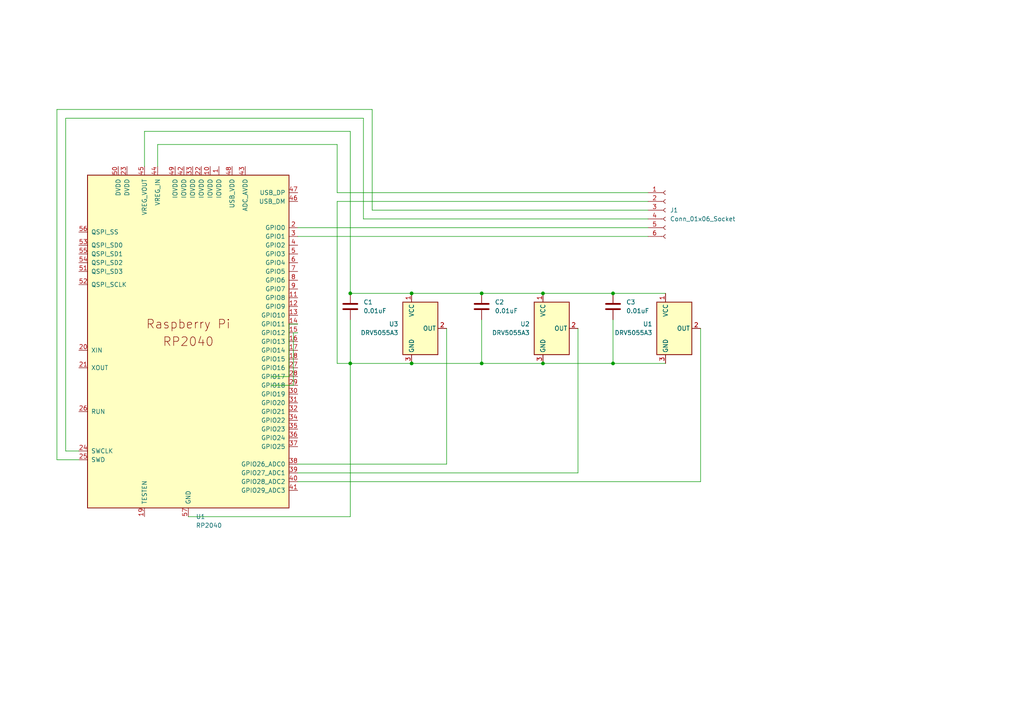
<source format=kicad_sch>
(kicad_sch (version 20231120) (generator "eeschema") (generator_version "8.0")
  (paper "A4")
  (title_block (title "Hall Effect Depth Sensor") (date "2024-11-29") (rev "v1"))
  (lib_symbols
    (symbol "Connector:Conn_01x06_Socket" (pin_names (offset 1.016) hide)
      (property "Reference" "J" (at 0 7.62 0))
      (property "Value" "Conn_01x06_Socket" (at 0 -10.16 0))
      (symbol "Conn_01x06_Socket_1_1"
        (arc (start 0 -7.112) (mid -0.5058 -7.62) (end 0 -8.128) (stroke (width 0.1524)))
        (arc (start 0 -4.572) (mid -0.5058 -5.08) (end 0 -5.588) (stroke (width 0.1524)))
        (arc (start 0 -2.032) (mid -0.5058 -2.54) (end 0 -3.048) (stroke (width 0.1524)))
        (polyline (pts (xy -1.27 -7.62) (xy -0.508 -7.62)) (stroke (width 0.1524)))
        (polyline (pts (xy -1.27 -5.08) (xy -0.508 -5.08)) (stroke (width 0.1524)))
        (polyline (pts (xy -1.27 -2.54) (xy -0.508 -2.54)) (stroke (width 0.1524)))
        (polyline (pts (xy -1.27 0) (xy -0.508 0)) (stroke (width 0.1524)))
        (polyline (pts (xy -1.27 2.54) (xy -0.508 2.54)) (stroke (width 0.1524)))
        (polyline (pts (xy -1.27 5.08) (xy -0.508 5.08)) (stroke (width 0.1524)))
        (arc (start 0 0.508) (mid -0.5058 0) (end 0 -0.508) (stroke (width 0.1524)))
        (arc (start 0 3.048) (mid -0.5058 2.54) (end 0 2.032) (stroke (width 0.1524)))
        (arc (start 0 5.588) (mid -0.5058 5.08) (end 0 4.572) (stroke (width 0.1524)))
        (pin passive line (at -5.08 5.08 0) (length 3.81) (name "Pin_1") (number "1"))
        (pin passive line (at -5.08 2.54 0) (length 3.81) (name "Pin_2") (number "2"))
        (pin passive line (at -5.08 0 0) (length 3.81) (name "Pin_3") (number "3"))
        (pin passive line (at -5.08 -2.54 0) (length 3.81) (name "Pin_4") (number "4"))
        (pin passive line (at -5.08 -5.08 0) (length 3.81) (name "Pin_5") (number "5"))
        (pin passive line (at -5.08 -7.62 0) (length 3.81) (name "Pin_6") (number "6"))
      )
    )
    (symbol "DRV5055A3xDBZxQ1_1"
      (property "Reference" "U2" (at -6.35 1.2701 0))
      (property "Value" "DRV5055A3" (at -6.35 -1.2699 0))
      (symbol "DRV5055A3xDBZxQ1_1_1_1"
        (rectangle (start -5.08 7.62) (end 5.08 -7.62) (stroke (width 0.254)) (fill (type background)))
        (pin power_in line (at -2.54 10.16 270) (length 2.54) (name "VCC") (number "1"))
        (pin output line (at 7.62 0 180) (length 2.54) (name "OUT") (number "2"))
        (pin power_in line (at -2.54 -10.16 90) (length 2.54) (name "GND") (number "3"))
      )
    )
    (symbol "Device:C" (pin_numbers hide) (pin_names (offset 0.254))
      (property "Reference" "C" (at 0.635 2.54 0))
      (property "Value" "C" (at 0.635 -2.54 0))
      (symbol "C_0_1"
        (polyline (pts (xy -2.032 -0.762) (xy 2.032 -0.762)) (stroke (width 0.508)))
        (polyline (pts (xy -2.032 0.762) (xy 2.032 0.762)) (stroke (width 0.508)))
      )
      (symbol "C_1_1"
        (pin passive line (at 0 3.81 270) (length 2.794) (name "~") (number "1"))
        (pin passive line (at 0 -3.81 90) (length 2.794) (name "~") (number "2"))
      )
    )
    (symbol "MCU_RaspberryPi_RP2040:RP2040" (pin_names (offset 1.016))
      (property "Reference" "U" (at -29.21 49.53 0))
      (property "Value" "RP2040" (at 24.13 -49.53 0))
      (symbol "RP2040_0_0"
        (text "Raspberry Pi" (at 0 5.08 0) (effects (font (size 2.54 2.54))))
        (text "RP2040" (at 0 0 0) (effects (font (size 2.54 2.54))))
      )
      (symbol "RP2040_0_1"
        (rectangle (start 29.21 48.26) (end -29.21 -48.26) (stroke (width 0.254)) (fill (type background)))
      )
      (symbol "RP2040_1_1"
        (pin power_in line (at 8.89 50.8 270) (length 2.54) (name "IOVDD") (number "1"))
        (pin power_in line (at 6.35 50.8 270) (length 2.54) (name "IOVDD") (number "10"))
        (pin bidirectional line (at 31.75 12.7 180) (length 2.54) (name "GPIO8") (number "11"))
        (pin bidirectional line (at 31.75 10.16 180) (length 2.54) (name "GPIO9") (number "12"))
        (pin bidirectional line (at 31.75 7.62 180) (length 2.54) (name "GPIO10") (number "13"))
        (pin bidirectional line (at 31.75 5.08 180) (length 2.54) (name "GPIO11") (number "14"))
        (pin bidirectional line (at 31.75 2.54 180) (length 2.54) (name "GPIO12") (number "15"))
        (pin bidirectional line (at 31.75 0 180) (length 2.54) (name "GPIO13") (number "16"))
        (pin bidirectional line (at 31.75 -2.54 180) (length 2.54) (name "GPIO14") (number "17"))
        (pin bidirectional line (at 31.75 -5.08 180) (length 2.54) (name "GPIO15") (number "18"))
        (pin passive line (at -12.7 -50.8 90) (length 2.54) (name "TESTEN") (number "19"))
        (pin bidirectional line (at 31.75 33.02 180) (length 2.54) (name "GPIO0") (number "2"))
        (pin input line (at -31.75 -2.54 0) (length 2.54) (name "XIN") (number "20"))
        (pin passive line (at -31.75 -7.62 0) (length 2.54) (name "XOUT") (number "21"))
        (pin power_in line (at 3.81 50.8 270) (length 2.54) (name "IOVDD") (number "22"))
        (pin power_in line (at -17.78 50.8 270) (length 2.54) (name "DVDD") (number "23"))
        (pin output line (at -31.75 -31.75 0) (length 2.54) (name "SWCLK") (number "24"))
        (pin bidirectional line (at -31.75 -34.29 0) (length 2.54) (name "SWD") (number "25"))
        (pin input line (at -31.75 -20.32 0) (length 2.54) (name "RUN") (number "26"))
        (pin bidirectional line (at 31.75 -7.62 180) (length 2.54) (name "GPIO16") (number "27"))
        (pin bidirectional line (at 31.75 -10.16 180) (length 2.54) (name "GPIO17") (number "28"))
        (pin bidirectional line (at 31.75 -12.7 180) (length 2.54) (name "GPIO18") (number "29"))
        (pin bidirectional line (at 31.75 30.48 180) (length 2.54) (name "GPIO1") (number "3"))
        (pin bidirectional line (at 31.75 -15.24 180) (length 2.54) (name "GPIO19") (number "30"))
        (pin bidirectional line (at 31.75 -17.78 180) (length 2.54) (name "GPIO20") (number "31"))
        (pin bidirectional line (at 31.75 -20.32 180) (length 2.54) (name "GPIO21") (number "32"))
        (pin power_in line (at 1.27 50.8 270) (length 2.54) (name "IOVDD") (number "33"))
        (pin bidirectional line (at 31.75 -22.86 180) (length 2.54) (name "GPIO22") (number "34"))
        (pin bidirectional line (at 31.75 -25.4 180) (length 2.54) (name "GPIO23") (number "35"))
        (pin bidirectional line (at 31.75 -27.94 180) (length 2.54) (name "GPIO24") (number "36"))
        (pin bidirectional line (at 31.75 -30.48 180) (length 2.54) (name "GPIO25") (number "37"))
        (pin bidirectional line (at 31.75 -35.56 180) (length 2.54) (name "GPIO26_ADC0") (number "38"))
        (pin bidirectional line (at 31.75 -38.1 180) (length 2.54) (name "GPIO27_ADC1") (number "39"))
        (pin bidirectional line (at 31.75 27.94 180) (length 2.54) (name "GPIO2") (number "4"))
        (pin bidirectional line (at 31.75 -40.64 180) (length 2.54) (name "GPIO28_ADC2") (number "40"))
        (pin bidirectional line (at 31.75 -43.18 180) (length 2.54) (name "GPIO29_ADC3") (number "41"))
        (pin power_in line (at -1.27 50.8 270) (length 2.54) (name "IOVDD") (number "42"))
        (pin power_in line (at 16.51 50.8 270) (length 2.54) (name "ADC_AVDD") (number "43"))
        (pin power_in line (at -8.89 50.8 270) (length 2.54) (name "VREG_IN") (number "44"))
        (pin power_out line (at -12.7 50.8 270) (length 2.54) (name "VREG_VOUT") (number "45"))
        (pin bidirectional line (at 31.75 40.64 180) (length 2.54) (name "USB_DM") (number "46"))
        (pin bidirectional line (at 31.75 43.18 180) (length 2.54) (name "USB_DP") (number "47"))
        (pin power_in line (at 12.7 50.8 270) (length 2.54) (name "USB_VDD") (number "48"))
        (pin power_in line (at -3.81 50.8 270) (length 2.54) (name "IOVDD") (number "49"))
        (pin bidirectional line (at 31.75 25.4 180) (length 2.54) (name "GPIO3") (number "5"))
        (pin power_in line (at -20.32 50.8 270) (length 2.54) (name "DVDD") (number "50"))
        (pin bidirectional line (at -31.75 20.32 0) (length 2.54) (name "QSPI_SD3") (number "51"))
        (pin output line (at -31.75 16.51 0) (length 2.54) (name "QSPI_SCLK") (number "52"))
        (pin bidirectional line (at -31.75 27.94 0) (length 2.54) (name "QSPI_SD0") (number "53"))
        (pin bidirectional line (at -31.75 22.86 0) (length 2.54) (name "QSPI_SD2") (number "54"))
        (pin bidirectional line (at -31.75 25.4 0) (length 2.54) (name "QSPI_SD1") (number "55"))
        (pin bidirectional line (at -31.75 31.75 0) (length 2.54) (name "QSPI_SS") (number "56"))
        (pin power_in line (at 0 -50.8 90) (length 2.54) (name "GND") (number "57"))
        (pin bidirectional line (at 31.75 22.86 180) (length 2.54) (name "GPIO4") (number "6"))
        (pin bidirectional line (at 31.75 20.32 180) (length 2.54) (name "GPIO5") (number "7"))
        (pin bidirectional line (at 31.75 17.78 180) (length 2.54) (name "GPIO6") (number "8"))
        (pin bidirectional line (at 31.75 15.24 180) (length 2.54) (name "GPIO7") (number "9"))
      )
    )
  )
  (junction (at 119.38 85.09))
  (junction (at 139.7 85.09))
  (junction (at 177.8 105.41))
  (junction (at 101.6 105.41))
  (junction (at 101.6 85.09))
  (junction (at 157.48 105.41))
  (junction (at 119.38 105.41))
  (junction (at 157.48 85.09))
  (junction (at 177.8 85.09))
  (junction (at 139.7 105.41))
  (wire (pts (xy 105.41 34.29) (xy 105.41 63.5)))
  (wire (pts (xy 19.05 34.29) (xy 105.41 34.29)))
  (wire (pts (xy 101.6 92.71) (xy 101.6 105.41)))
  (wire (pts (xy 83.82 93.98) (xy 83.82 109.22)))
  (wire (pts (xy 187.96 58.42) (xy 97.79 58.42)))
  (wire (pts (xy 45.72 41.91) (xy 97.79 41.91)))
  (wire (pts (xy 177.8 105.41) (xy 193.04 105.41)))
  (wire (pts (xy 41.91 48.26) (xy 41.91 38.1)))
  (wire (pts (xy 83.82 93.98) (xy 86.36 93.98)))
  (wire (pts (xy 19.05 130.81) (xy 19.05 34.29)))
  (wire (pts (xy 85.09 96.52) (xy 86.36 96.52)))
  (wire (pts (xy 119.38 105.41) (xy 139.7 105.41)))
  (wire (pts (xy 177.8 92.71) (xy 177.8 105.41)))
  (wire (pts (xy 85.09 111.76) (xy 78.74 111.76)))
  (wire (pts (xy 54.61 149.86) (xy 101.6 149.86)))
  (wire (pts (xy 86.36 66.04) (xy 187.96 66.04)))
  (wire (pts (xy 101.6 105.41) (xy 119.38 105.41)))
  (wire (pts (xy 16.51 133.35) (xy 16.51 31.75)))
  (wire (pts (xy 167.64 137.16) (xy 86.36 137.16)))
  (wire (pts (xy 101.6 85.09) (xy 119.38 85.09)))
  (wire (pts (xy 167.64 95.25) (xy 167.64 137.16)))
  (wire (pts (xy 157.48 85.09) (xy 177.8 85.09)))
  (wire (pts (xy 16.51 31.75) (xy 107.95 31.75)))
  (wire (pts (xy 157.48 105.41) (xy 177.8 105.41)))
  (wire (pts (xy 83.82 109.22) (xy 78.74 109.22)))
  (wire (pts (xy 97.79 41.91) (xy 97.79 55.88)))
  (wire (pts (xy 107.95 31.75) (xy 107.95 60.96)))
  (wire (pts (xy 107.95 60.96) (xy 187.96 60.96)))
  (wire (pts (xy 97.79 58.42) (xy 97.79 105.41)))
  (wire (pts (xy 129.54 95.25) (xy 129.54 134.62)))
  (wire (pts (xy 97.79 55.88) (xy 187.96 55.88)))
  (wire (pts (xy 139.7 105.41) (xy 157.48 105.41)))
  (wire (pts (xy 22.86 133.35) (xy 16.51 133.35)))
  (wire (pts (xy 45.72 48.26) (xy 45.72 41.91)))
  (wire (pts (xy 22.86 130.81) (xy 19.05 130.81)))
  (wire (pts (xy 139.7 85.09) (xy 157.48 85.09)))
  (wire (pts (xy 119.38 85.09) (xy 139.7 85.09)))
  (wire (pts (xy 101.6 38.1) (xy 101.6 85.09)))
  (wire (pts (xy 97.79 105.41) (xy 101.6 105.41)))
  (wire (pts (xy 105.41 63.5) (xy 187.96 63.5)))
  (wire (pts (xy 203.2 139.7) (xy 86.36 139.7)))
  (wire (pts (xy 86.36 68.58) (xy 187.96 68.58)))
  (wire (pts (xy 101.6 149.86) (xy 101.6 105.41)))
  (wire (pts (xy 139.7 92.71) (xy 139.7 105.41)))
  (wire (pts (xy 177.8 85.09) (xy 193.04 85.09)))
  (wire (pts (xy 203.2 95.25) (xy 203.2 139.7)))
  (wire (pts (xy 41.91 38.1) (xy 101.6 38.1)))
  (wire (pts (xy 129.54 134.62) (xy 86.36 134.62)))
  (wire (pts (xy 85.09 96.52) (xy 85.09 111.76)))
  (symbol (lib_id "Device:C") (at 177.8 88.9 0) (unit 1)
    (property "Reference" "C3" (at 181.61 87.6299 0) (effects (justify left)))
    (property "Value" "0.01uF" (at 181.61 90.1699 0) (effects (justify left)))
    (property "Description" "Unpolarized capacitor" (effects (hide yes)))
  )
  (symbol (lib_id "Device:C") (at 139.7 88.9 0) (unit 1)
    (property "Reference" "C2" (at 143.51 87.6299 0) (effects (justify left)))
    (property "Value" "0.01uF" (at 143.51 90.1699 0) (effects (justify left)))
    (property "Description" "Unpolarized capacitor" (effects (hide yes)))
  )
  (symbol (lib_name "DRV5055A3xDBZxQ1_1") (lib_id "Sensor_Magnetic:DRV5055A3xDBZxQ1") (at 160.02 95.25 0) (unit 1)
    (property "Reference" "U2" (at 153.67 93.9799 0) (effects (justify right)))
    (property "Value" "DRV5055A3" (at 153.67 96.5199 0) (effects (justify right)))
    (property "Footprint" "Package_TO_SOT_SMD:SOT-23" (effects (hide yes)))
    (property "Datasheet" "https://www.ti.com/lit/ds/symlink/drv5055-q1.pdf" (effects (hide yes)))
    (property "Description" "25 mV/mT,±85-mT, 20-kHz, 3.3/5V, SOT-23" (effects (hide yes)))
  )
  (symbol (lib_name "DRV5055A3xDBZxQ1_1") (lib_id "Sensor_Magnetic:DRV5055A3xDBZxQ1") (at 121.92 95.25 0) (unit 1)
    (property "Reference" "U3" (at 115.57 93.9799 0) (effects (justify right)))
    (property "Value" "DRV5055A3" (at 115.57 96.5199 0) (effects (justify right)))
    (property "Footprint" "Package_TO_SOT_SMD:SOT-23" (effects (hide yes)))
    (property "Datasheet" "https://www.ti.com/lit/ds/symlink/drv5055-q1.pdf" (effects (hide yes)))
    (property "Description" "25 mV/mT,±85-mT, 20-kHz, 3.3/5V, SOT-23" (effects (hide yes)))
  )
  (symbol (lib_id "Device:C") (at 101.6 88.9 0) (unit 1)
    (property "Reference" "C1" (at 105.41 87.6299 0) (effects (justify left)))
    (property "Value" "0.01uF" (at 105.41 90.1699 0) (effects (justify left)))
    (property "Description" "Unpolarized capacitor" (effects (hide yes)))
  )
  (symbol (lib_name "DRV5055A3xDBZxQ1_1") (lib_id "Sensor_Magnetic:DRV5055A3xDBZxQ1") (at 195.58 95.25 0) (unit 1)
    (property "Reference" "U1" (at 189.23 93.9799 0) (effects (justify right)))
    (property "Value" "DRV5055A3" (at 189.23 96.5199 0) (effects (justify right)))
    (property "Footprint" "Package_TO_SOT_SMD:SOT-23" (effects (hide yes)))
    (property "Datasheet" "https://www.ti.com/lit/ds/symlink/drv5055-q1.pdf" (effects (hide yes)))
    (property "Description" "25 mV/mT,±85-mT, 20-kHz, 3.3/5V, SOT-23" (effects (hide yes)))
  )
  (symbol (lib_id "Connector:Conn_01x06_Socket") (at 193.04 60.96 0) (unit 1)
    (property "Reference" "J1" (at 194.31 60.9599 0) (effects (justify left)))
    (property "Value" "Conn_01x06_Socket" (at 194.31 63.4999 0) (effects (justify left)))
    (property "Description" "Generic connector, single row, 01x06, script generated" (effects (hide yes)))
  )
  (symbol (lib_id "MCU_RaspberryPi_RP2040:RP2040") (at 54.61 99.06 0) (unit 1)
    (property "Reference" "U1" (at 56.8041 149.86 0) (effects (justify left)))
    (property "Value" "RP2040" (at 56.8041 152.4 0) (effects (justify left)))
    (property "Footprint" "RP2040_minimal:RP2040-QFN-56" (effects (hide yes)))
  )
)
</source>
